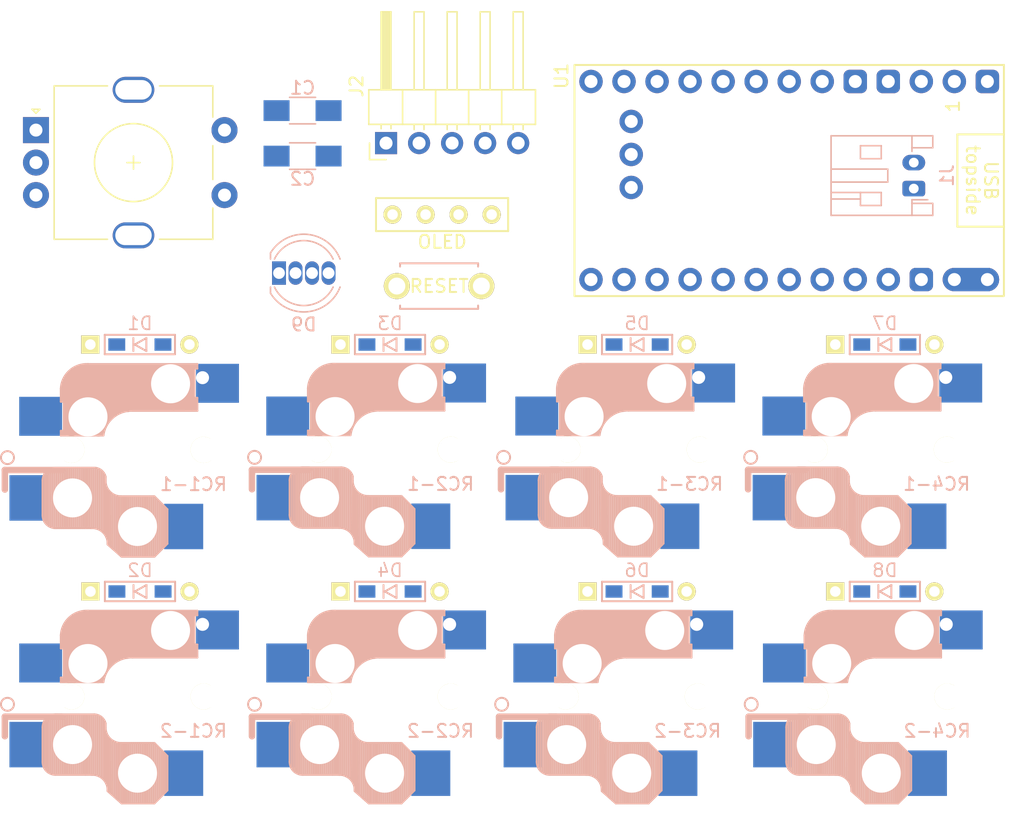
<source format=kicad_pcb>
(kicad_pcb (version 20241229) (generator "pcbnew") (generator_version "9.0")
  (layers (0 "F.Cu" signal) (2 "B.Cu" signal) (13 "F.Paste" user) (15 "B.Paste" user) (5 "F.SilkS" user "F.Silkscreen") (7 "B.SilkS" user "B.Silkscreen") (1 "F.Mask" user) (3 "B.Mask" user) (25 "Edge.Cuts" user))
  (net 0 "")
  (net 1 "RE_A")
  (net 2 "GND")
  (net 3 "RE_B")
  (net 4 "Net-(D1-A)")
  (net 5 "ROW_1")
  (net 6 "Net-(D2-A)")
  (net 7 "ROW_2")
  (net 8 "Net-(D3-A)")
  (net 9 "Net-(D4-A)")
  (net 10 "Net-(D5-A)")
  (net 11 "Net-(D6-A)")
  (net 12 "Net-(D7-A)")
  (net 13 "Net-(D8-A)")
  (net 14 "LED_G")
  (net 15 "LED_B")
  (net 16 "LED_R")
  (net 17 "+BATT")
  (net 18 "SCK")
  (net 19 "3V3")
  (net 20 "MISO")
  (net 21 "MOSI")
  (net 22 "SCL")
  (net 23 "SDA")
  (net 24 "COL_1")
  (net 25 "COL_2")
  (net 26 "COL_3")
  (net 27 "RST")
  (net 28 "RE_SW")
  (net 32 "COL_4")
  (footprint "kbd_Parts:Diode_TH_SMD" (layer "F.Cu") (at 195.275 54.5)
    (property "Reference" "D7" (at 0 -1.63 0) (layer "B.SilkS") (effects (font (thickness 0.125)) (justify mirror)))
    (property "Value" "1N4148" (hide yes))
    (pad "1" thru_hole rect (at -3.81 0) (size 1.397 1.397) (drill 0.8128) (layers "*.Cu" "*.Mask" "F.SilkS") (net 5 "ROW_1"))
    (pad "1" smd rect (at -1.775 0) (size 1.3 0.95) (layers "B.Cu" "B.Mask" "B.Paste") (net 5 "ROW_1"))
    (pad "2" smd rect (at 1.775 0) (size 1.3 0.95) (layers "B.Cu" "B.Mask" "B.Paste") (net 12 "Net-(D7-A)"))
    (pad "2" thru_hole circle (at 3.81 0) (size 1.397 1.397) (drill 0.8128) (layers "*.Cu" "*.Mask" "F.SilkS") (net 12 "Net-(D7-A)"))
  )
  (footprint "kbd_Parts:OLED" (layer "F.Cu") (at 165.04 44.5 180)
    (property "Reference" "OL1")
    (property "Value" "OLED" (hide yes))
    (fp_text user "OLED" (at 3.8 -2.1 0) (layer "F.SilkS"))
    (pad "1" thru_hole circle (at 0 0 180) (size 1.397 1.397) (drill 0.8128) (layers "*.Cu" "*.Mask" "F.SilkS") (net 23 "SDA"))
    (pad "2" thru_hole circle (at 2.54 0 180) (size 1.397 1.397) (drill 0.8128) (layers "*.Cu" "*.Mask" "F.SilkS") (net 22 "SCL"))
    (pad "3" thru_hole circle (at 5.08 0 180) (size 1.397 1.397) (drill 0.8128) (layers "*.Cu" "*.Mask" "F.SilkS") (net 19 "3V3"))
    (pad "4" thru_hole circle (at 7.62 0 180) (size 1.397 1.397) (drill 0.8128) (layers "*.Cu" "*.Mask" "F.SilkS") (net 2 "GND"))
  )
  (footprint "kbd_Parts:Diode_TH_SMD" (layer "F.Cu") (at 176.225 73.5)
    (property "Reference" "D6" (at 0 -1.63 0) (layer "B.SilkS") (effects (font (thickness 0.125)) (justify mirror)))
    (property "Value" "1N4148" (hide yes))
    (pad "1" thru_hole rect (at -3.81 0) (size 1.397 1.397) (drill 0.8128) (layers "*.Cu" "*.Mask" "F.SilkS") (net 7 "ROW_2"))
    (pad "1" smd rect (at -1.775 0) (size 1.3 0.95) (layers "B.Cu" "B.Mask" "B.Paste") (net 7 "ROW_2"))
    (pad "2" smd rect (at 1.775 0) (size 1.3 0.95) (layers "B.Cu" "B.Mask" "B.Paste") (net 11 "Net-(D6-A)"))
    (pad "2" thru_hole circle (at 3.81 0) (size 1.397 1.397) (drill 0.8128) (layers "*.Cu" "*.Mask" "F.SilkS") (net 11 "Net-(D6-A)"))
  )
  (footprint "Keebio-Parts.pretty-master:RotaryEncoder_EC11" (layer "F.Cu") (at 137.5 40.5)
    (property "Reference" "SW2")
    (property "Value" "RotaryEncoder_Switch")
    (pad "" np_thru_hole oval (at 0 -5.6) (size 3.2 2) (drill oval 2.8 1.5) (layers "*.Cu" "*.Mask"))
    (pad "" np_thru_hole oval (at 0 5.6) (size 3.2 2) (drill oval 2.8 1.5) (layers "*.Cu" "*.Mask"))
    (pad "A" thru_hole rect (at -7.5 -2.5) (size 2 2) (drill 1) (layers "*.Cu" "*.Mask") (net 1 "RE_A"))
    (pad "B" thru_hole circle (at -7.5 2.5) (size 2 2) (drill 1) (layers "*.Cu" "*.Mask") (net 3 "RE_B"))
    (pad "C" thru_hole circle (at -7.5 0) (size 2 2) (drill 1) (layers "*.Cu" "*.Mask") (net 2 "GND"))
    (pad "S1" thru_hole circle (at 7 2.5) (size 2 2) (drill 1) (layers "*.Cu" "*.Mask") (net 28 "RE_SW"))
    (pad "S2" thru_hole circle (at 7 -2.5) (size 2 2) (drill 1) (layers "*.Cu" "*.Mask") (net 2 "GND"))
  )
  (footprint "kbd_Parts:Diode_TH_SMD" (layer "F.Cu") (at 137.99 54.5)
    (property "Reference" "D1" (at 0 -1.63 0) (layer "B.SilkS") (effects (font (thickness 0.125)) (justify mirror)))
    (property "Value" "1N4148" (hide yes))
    (pad "1" thru_hole rect (at -3.81 0) (size 1.397 1.397) (drill 0.8128) (layers "*.Cu" "*.Mask" "F.SilkS") (net 5 "ROW_1"))
    (pad "1" smd rect (at -1.775 0) (size 1.3 0.95) (layers "B.Cu" "B.Mask" "B.Paste") (net 5 "ROW_1"))
    (pad "2" smd rect (at 1.775 0) (size 1.3 0.95) (layers "B.Cu" "B.Mask" "B.Paste") (net 4 "Net-(D1-A)"))
    (pad "2" thru_hole circle (at 3.81 0) (size 1.397 1.397) (drill 0.8128) (layers "*.Cu" "*.Mask" "F.SilkS") (net 4 "Net-(D1-A)"))
  )
  (footprint "kbd_Parts:Diode_TH_SMD" (layer "F.Cu") (at 138 73.5)
    (property "Reference" "D2" (at 0 -1.63 0) (layer "B.SilkS") (effects (font (thickness 0.125)) (justify mirror)))
    (property "Value" "1N4148" (hide yes))
    (pad "1" thru_hole rect (at -3.81 0) (size 1.397 1.397) (drill 0.8128) (layers "*.Cu" "*.Mask" "F.SilkS") (net 7 "ROW_2"))
    (pad "1" smd rect (at -1.775 0) (size 1.3 0.95) (layers "B.Cu" "B.Mask" "B.Paste") (net 7 "ROW_2"))
    (pad "2" smd rect (at 1.775 0) (size 1.3 0.95) (layers "B.Cu" "B.Mask" "B.Paste") (net 6 "Net-(D2-A)"))
    (pad "2" thru_hole circle (at 3.81 0) (size 1.397 1.397) (drill 0.8128) (layers "*.Cu" "*.Mask" "F.SilkS") (net 6 "Net-(D2-A)"))
  )
  (footprint "PCM_marbastlib-xp-promicroish:SuperMini_nRF52840_AH_USBup" (layer "F.Cu") (at 186.65 41.88 -90)
    (property "Reference" "U1" (at -9.14 16.24 90) (layer "F.SilkS") (effects (justify right)))
    (property "Value" "SuperMini nRF52840")
    (fp_text user "1" (at -5.715 -13.2825 90) (layer "F.SilkS") (effects (justify top)))
    (fp_text user "topside" (at 0 -14.8 270) (layer "F.SilkS") (effects (justify bottom)))
    (fp_text user "USB" (at 0 -16.2 270) (layer "F.SilkS") (effects (justify bottom)))
    (pad "1" thru_hole circle (at -7.62 -13.97 270) (size 1.8 1.8) (drill 1) (layers "*.Cu" "B.Mask") (net 23 "SDA"))
    (pad "2" thru_hole circle (at -7.62 -11.43 270) (size 1.8 1.8) (drill 1) (layers "*.Cu" "B.Mask") (net 22 "SCL"))
    (pad "3" thru_hole roundrect (at -7.62 -8.89 270) (size 1.8 1.8) (drill 1) (layers "*.Cu" "B.Mask") (net 2 "GND"))
    (pad "4" thru_hole roundrect (at -7.62 -6.35 270) (size 1.8 1.8) (drill 1) (layers "*.Cu" "B.Mask") (net 2 "GND"))
    (pad "5" thru_hole circle (at -7.62 -3.81 270) (size 1.8 1.8) (drill 1) (layers "*.Cu" "B.Mask") (net 18 "SCK"))
    (pad "6" thru_hole circle (at -7.62 -1.27 270) (size 1.8 1.8) (drill 1) (layers "*.Cu" "B.Mask") (net 20 "MISO"))
    (pad "7" thru_hole circle (at -7.62 1.27 270) (size 1.8 1.8) (drill 1) (layers "*.Cu" "B.Mask") (net 21 "MOSI"))
    (pad "8" thru_hole circle (at -7.62 3.81 270) (size 1.8 1.8) (drill 1) (layers "*.Cu" "B.Mask") (net 1 "RE_A"))
    (pad "9" thru_hole circle (at -7.62 6.35 270) (size 1.8 1.8) (drill 1) (layers "*.Cu" "B.Mask") (net 3 "RE_B"))
    (pad "10" thru_hole circle (at -7.62 8.89 270) (size 1.8 1.8) (drill 1) (layers "*.Cu" "B.Mask") (net 16 "LED_R"))
    (pad "11" thru_hole circle (at -7.62 11.43 270) (size 1.8 1.8) (drill 1) (layers "*.Cu" "B.Mask") (net 14 "LED_G"))
    (pad "12" thru_hole circle (at -7.62 13.97 270) (size 1.8 1.8) (drill 1) (layers "*.Cu" "B.Mask") (net 15 "LED_B"))
    (pad "13" thru_hole oval (at 7.62 -13.97 270) (size 1.8 4.34) (drill 1 (offset 0 -1.27)) (layers "*.Cu" "B.Mask") (net 17 "+BATT"))
    (pad "14" thru_hole roundrect (at 7.62 -11.43 270) (size 1.8 1.8) (drill 1) (layers "*.Cu" "B.Mask") (net 2 "GND"))
    (pad "15" thru_hole circle (at 7.62 -8.89 270) (size 1.8 1.8) (drill 1) (layers "*.Cu" "B.Mask") (net 27 "RST"))
    (pad "16" thru_hole circle (at 7.62 -6.35 270) (size 1.8 1.8) (drill 1) (layers "*.Cu" "B.Mask") (net 19 "3V3"))
    (pad "17" thru_hole circle (at 7.62 -3.81 270) (size 1.8 1.8) (drill 1) (layers "*.Cu" "B.Mask") (net 5 "ROW_1"))
    (pad "18" thru_hole circle (at 7.62 -1.27 270) (size 1.8 1.8) (drill 1) (layers "*.Cu" "B.Mask") (net 7 "ROW_2"))
    (pad "19" thru_hole circle (at 7.62 1.27 270) (size 1.8 1.8) (drill 1) (layers "*.Cu" "B.Mask"))
    (pad "20" thru_hole circle (at 7.62 3.81 270) (size 1.8 1.8) (drill 1) (layers "*.Cu" "B.Mask") (net 32 "COL_4"))
    (pad "21" thru_hole circle (at 7.62 6.35 270) (size 1.8 1.8) (drill 1) (layers "*.Cu" "B.Mask") (net 26 "COL_3"))
    (pad "22" thru_hole circle (at 7.62 8.89 270) (size 1.8 1.8) (drill 1) (layers "*.Cu" "B.Mask") (net 25 "COL_2"))
    (pad "23" thru_hole circle (at 7.62 11.43 270) (size 1.8 1.8) (drill 1) (layers "*.Cu" "B.Mask") (net 24 "COL_1"))
    (pad "24" thru_hole circle (at 7.62 13.97 270) (size 1.8 1.8) (drill 1) (layers "*.Cu" "B.Mask") (net 28 "RE_SW"))
    (pad "25" thru_hole circle (at -4.5466 10.87628 270) (size 1.8 1.8) (drill 1) (layers "*.Cu" "B.Mask"))
    (pad "26" thru_hole circle (at -2.0066 10.87628 270) (size 1.8 1.8) (drill 1) (layers "*.Cu" "B.Mask"))
    (pad "27" thru_hole circle (at 0.5334 10.87628 270) (size 1.8 1.8) (drill 1) (layers "*.Cu" "B.Mask"))
    (pad "28" thru_hole roundrect (at -7.62 -16.51 270) (size 1.8 1.8) (drill 1) (layers "*.Cu" "B.Mask") (net 2 "GND"))
    (pad "29" thru_hole circle (at 7.62 -16.51 270) (size 1.8 1.8) (drill 1) (layers "*.Cu" "B.Mask") (net 17 "+BATT"))
  )
  (footprint "kbd_Parts:Diode_TH_SMD" (layer "F.Cu") (at 157.225 54.5)
    (property "Reference" "D3" (at 0 -1.63 0) (layer "B.SilkS") (effects (font (thickness 0.125)) (justify mirror)))
    (property "Value" "1N4148" (hide yes))
    (pad "1" thru_hole rect (at -3.81 0) (size 1.397 1.397) (drill 0.8128) (layers "*.Cu" "*.Mask" "F.SilkS") (net 5 "ROW_1"))
    (pad "1" smd rect (at -1.775 0) (size 1.3 0.95) (layers "B.Cu" "B.Mask" "B.Paste") (net 5 "ROW_1"))
    (pad "2" smd rect (at 1.775 0) (size 1.3 0.95) (layers "B.Cu" "B.Mask" "B.Paste") (net 8 "Net-(D3-A)"))
    (pad "2" thru_hole circle (at 3.81 0) (size 1.397 1.397) (drill 0.8128) (layers "*.Cu" "*.Mask" "F.SilkS") (net 8 "Net-(D3-A)"))
  )
  (footprint "kbd_Parts:ResetSW" (layer "F.Cu") (at 161 50)
    (property "Reference" "SW1" (hide yes))
    (property "Value" "SW_Push")
    (fp_text user "RESET" (at 0 0 0) (layer "F.SilkS"))
    (pad "1" thru_hole circle (at 3.25 0) (size 2 2) (drill 1.3) (layers "*.Cu" "*.Mask" "F.SilkS") (net 27 "RST"))
    (pad "2" thru_hole circle (at -3.25 0) (size 2 2) (drill 1.3) (layers "*.Cu" "*.Mask" "F.SilkS") (net 2 "GND"))
  )
  (footprint "kbd_Parts:Diode_TH_SMD" (layer "F.Cu") (at 176.225 54.5)
    (property "Reference" "D5" (at 0 -1.63 0) (layer "B.SilkS") (effects (font (thickness 0.125)) (justify mirror)))
    (property "Value" "1N4148" (hide yes))
    (pad "1" thru_hole rect (at -3.81 0) (size 1.397 1.397) (drill 0.8128) (layers "*.Cu" "*.Mask" "F.SilkS") (net 5 "ROW_1"))
    (pad "1" smd rect (at -1.775 0) (size 1.3 0.95) (layers "B.Cu" "B.Mask" "B.Paste") (net 5 "ROW_1"))
    (pad "2" smd rect (at 1.775 0) (size 1.3 0.95) (layers "B.Cu" "B.Mask" "B.Paste") (net 10 "Net-(D5-A)"))
    (pad "2" thru_hole circle (at 3.81 0) (size 1.397 1.397) (drill 0.8128) (layers "*.Cu" "*.Mask" "F.SilkS") (net 10 "Net-(D5-A)"))
  )
  (footprint "Connector_PinHeader_2.54mm:PinHeader_1x05_P2.54mm_Horizontal" (layer "F.Cu") (at 156.92 39 90)
    (property "Reference" "J2" (at 4.385 -2.27 90) (layer "F.SilkS"))
    (property "Value" "Conn_01x05")
    (pad "1" thru_hole rect (at 0 0 90) (size 1.7 1.7) (drill 1) (layers "*.Cu" "*.Mask") (net 18 "SCK"))
    (pad "2" thru_hole oval (at 0 2.54 90) (size 1.7 1.7) (drill 1) (layers "*.Cu" "*.Mask") (net 20 "MISO"))
    (pad "3" thru_hole oval (at 0 5.08 90) (size 1.7 1.7) (drill 1) (layers "*.Cu" "*.Mask") (net 21 "MOSI"))
    (pad "4" thru_hole oval (at 0 7.62 90) (size 1.7 1.7) (drill 1) (layers "*.Cu" "*.Mask") (net 19 "3V3"))
    (pad "5" thru_hole oval (at 0 10.16 90) (size 1.7 1.7) (drill 1) (layers "*.Cu" "*.Mask") (net 2 "GND"))
  )
  (footprint "kbd_Parts:Diode_TH_SMD" (layer "F.Cu") (at 195.275 73.5)
    (property "Reference" "D8" (at 0 -1.63 0) (layer "B.SilkS") (effects (font (thickness 0.125)) (justify mirror)))
    (property "Value" "1N4148" (hide yes))
    (pad "1" thru_hole rect (at -3.81 0) (size 1.397 1.397) (drill 0.8128) (layers "*.Cu" "*.Mask" "F.SilkS") (net 7 "ROW_2"))
    (pad "1" smd rect (at -1.775 0) (size 1.3 0.95) (layers "B.Cu" "B.Mask" "B.Paste") (net 7 "ROW_2"))
    (pad "2" smd rect (at 1.775 0) (size 1.3 0.95) (layers "B.Cu" "B.Mask" "B.Paste") (net 13 "Net-(D8-A)"))
    (pad "2" thru_hole circle (at 3.81 0) (size 1.397 1.397) (drill 0.8128) (layers "*.Cu" "*.Mask" "F.SilkS") (net 13 "Net-(D8-A)"))
  )
  (footprint "kbd_Parts:Diode_TH_SMD" (layer "F.Cu") (at 157.225 73.5)
    (property "Reference" "D4" (at 0 -1.63 0) (layer "B.SilkS") (effects (font (thickness 0.125)) (justify mirror)))
    (property "Value" "1N4148" (hide yes))
    (pad "1" thru_hole rect (at -3.81 0) (size 1.397 1.397) (drill 0.8128) (layers "*.Cu" "*.Mask" "F.SilkS") (net 7 "ROW_2"))
    (pad "1" smd rect (at -1.775 0) (size 1.3 0.95) (layers "B.Cu" "B.Mask" "B.Paste") (net 7 "ROW_2"))
    (pad "2" smd rect (at 1.775 0) (size 1.3 0.95) (layers "B.Cu" "B.Mask" "B.Paste") (net 9 "Net-(D4-A)"))
    (pad "2" thru_hole circle (at 3.81 0) (size 1.397 1.397) (drill 0.8128) (layers "*.Cu" "*.Mask" "F.SilkS") (net 9 "Net-(D4-A)"))
  )
  (footprint "LED_THT:LED_D5.0mm-4_RGB" (layer "B.Cu") (at 148.69 49)
    (property "Reference" "D9" (at 1.905 3.96 0) (layer "B.SilkS") (effects (justify mirror)))
    (property "Value" "LED_ABGR")
    (pad "1" thru_hole rect (at 0 0) (size 1.07 1.8) (drill 0.9) (layers "*.Cu" "*.Mask") (net 15 "LED_B"))
    (pad "2" thru_hole oval (at 1.27 0) (size 1.07 1.8) (drill 0.9) (layers "*.Cu" "*.Mask") (net 14 "LED_G"))
    (pad "3" thru_hole oval (at 2.54 0) (size 1.07 1.8) (drill 0.9) (layers "*.Cu" "*.Mask") (net 2 "GND"))
    (pad "4" thru_hole oval (at 3.81 0) (size 1.07 1.8) (drill 0.9) (layers "*.Cu" "*.Mask") (net 16 "LED_R"))
  )
  (footprint "kbd_Parts:Capacitor_1206" (layer "B.Cu") (at 150.5 36.5 180)
    (property "Reference" "C1" (at 0 1.75 0) (layer "B.SilkS") (effects (justify mirror)))
    (property "Value" "0.1u")
    (pad "1" smd rect (at -2 0 180) (size 2 1.6) (layers "B.Cu" "B.Mask" "B.Paste") (net 2 "GND"))
    (pad "2" smd rect (at 2 0 180) (size 2 1.6) (layers "B.Cu" "B.Mask" "B.Paste") (net 1 "RE_A"))
  )
  (footprint "Connector_JST:JST_PH_S2B-PH-K_1x02_P2.00mm_Horizontal" (layer "B.Cu") (at 197.5 42.5 90)
    (property "Reference" "J1" (at 1 2.55 90) (layer "B.SilkS") (effects (justify mirror)))
    (property "Value" "Conn_01x02")
    (pad "1" thru_hole roundrect (at 0 0 90) (size 1.2 1.75) (drill 0.75) (layers "*.Cu" "*.Mask") (roundrect_rratio 0.208333) (net 17 "+BATT"))
    (pad "2" thru_hole oval (at 2 0 90) (size 1.2 1.75) (drill 0.75) (layers "*.Cu" "*.Mask") (net 2 "GND"))
  )
  (footprint "kbd_SW_PCBA:MX_Choc_v1v2_Hotswap_1u" (layer "B.Cu") (at 175.96 62.58 180)
    (property "Reference" "RC3-1" (at -4.3 -2.65 0) (layer "B.SilkS") (effects (justify mirror)))
    (property "Value" "SW_Push" (hide yes))
    (pad "" np_thru_hole circle (at -5.5 0 90) (size 1.7 1.7) (drill 1.7) (layers "*.Cu" "*.Mask"))
    (pad "" np_thru_hole circle (at -5.08 0 180) (size 2 2) (drill 2) (layers "*.Cu" "*.Mask" "F.SilkS"))
    (pad "" np_thru_hole circle (at -5 5.55 180) (size 1 1) (drill oval 1) (layers "*.Cu" "*.Mask"))
    (pad "" np_thru_hole circle (at -2.54 5.08) (size 3 3) (drill 3) (layers "*.Cu" "*.Mask"))
    (pad "" np_thru_hole circle (at 0 -5.9 270) (size 3 3) (drill 3) (layers "*.Cu" "*.Mask"))
    (pad "" np_thru_hole circle (at 0 0 270) (size 4.8 4.8) (drill 4.8) (layers "*.Cu" "*.Mask"))
    (pad "" np_thru_hole circle (at 3.81 2.54) (size 3 3) (drill 3) (layers "*.Cu" "*.Mask"))
    (pad "" np_thru_hole circle (at 5 -3.7 270) (size 3 3) (drill 3) (layers "*.Cu" "*.Mask"))
    (pad "" np_thru_hole circle (at 5.08 0 180) (size 2 2) (drill 2) (layers "*.Cu" "*.Mask" "F.SilkS"))
    (pad "" np_thru_hole circle (at 5.5 0 90) (size 1.7 1.7) (drill 1.7) (layers "*.Cu" "*.Mask"))
    (pad "1" smd rect (at 7 2.58) (size 3.3 3) (drill (offset -0.45 0)) (layers "B.Cu" "B.Mask" "B.Paste") (net 26 "COL_3"))
    (pad "1" smd rect (at 8.35 -3.7) (size 3 3.5) (layers "B.Cu" "B.Mask" "B.Paste") (net 26 "COL_3"))
    (pad "2" smd rect (at -5.7 5.12) (size 3.3 3) (drill (offset 0.45 0)) (layers "B.Cu" "B.Mask" "B.Paste") (net 10 "Net-(D5-A)"))
    (pad "2" smd rect (at -3.55 -5.9) (size 3 3.5) (layers "B.Cu" "B.Mask" "B.Paste") (net 10 "Net-(D5-A)"))
  )
  (footprint "kbd_SW_PCBA:MX_Choc_v1v2_Hotswap_1u" (layer "B.Cu") (at 194.96 62.58 180)
    (property "Reference" "RC4-1" (at -4.3 -2.65 0) (layer "B.SilkS") (effects (justify mirror)))
    (property "Value" "SW_Push" (hide yes))
    (pad "" np_thru_hole circle (at -5.5 0 90) (size 1.7 1.7) (drill 1.7) (layers "*.Cu" "*.Mask"))
    (pad "" np_thru_hole circle (at -5.08 0 180) (size 2 2) (drill 2) (layers "*.Cu" "*.Mask" "F.SilkS"))
    (pad "" np_thru_hole circle (at -5 5.55 180) (size 1 1) (drill oval 1) (layers "*.Cu" "*.Mask"))
    (pad "" np_thru_hole circle (at -2.54 5.08) (size 3 3) (drill 3) (layers "*.Cu" "*.Mask"))
    (pad "" np_thru_hole circle (at 0 -5.9 270) (size 3 3) (drill 3) (layers "*.Cu" "*.Mask"))
    (pad "" np_thru_hole circle (at 0 0 270) (size 4.8 4.8) (drill 4.8) (layers "*.Cu" "*.Mask"))
    (pad "" np_thru_hole circle (at 3.81 2.54) (size 3 3) (drill 3) (layers "*.Cu" "*.Mask"))
    (pad "" np_thru_hole circle (at 5 -3.7 270) (size 3 3) (drill 3) (layers "*.Cu" "*.Mask"))
    (pad "" np_thru_hole circle (at 5.08 0 180) (size 2 2) (drill 2) (layers "*.Cu" "*.Mask" "F.SilkS"))
    (pad "" np_thru_hole circle (at 5.5 0 90) (size 1.7 1.7) (drill 1.7) (layers "*.Cu" "*.Mask"))
    (pad "1" smd rect (at 7 2.58) (size 3.3 3) (drill (offset -0.45 0)) (layers "B.Cu" "B.Mask" "B.Paste") (net 32 "COL_4"))
    (pad "1" smd rect (at 8.35 -3.7) (size 3 3.5) (layers "B.Cu" "B.Mask" "B.Paste") (net 32 "COL_4"))
    (pad "2" smd rect (at -5.7 5.12) (size 3.3 3) (drill (offset 0.45 0)) (layers "B.Cu" "B.Mask" "B.Paste") (net 12 "Net-(D7-A)"))
    (pad "2" smd rect (at -3.55 -5.9) (size 3 3.5) (layers "B.Cu" "B.Mask" "B.Paste") (net 12 "Net-(D7-A)"))
  )
  (footprint "kbd_SW_PCBA:MX_Choc_v1v2_Hotswap_1u" (layer "B.Cu") (at 175.81 81.58 180)
    (property "Reference" "RC3-2" (at -4.3 -2.65 0) (layer "B.SilkS") (effects (justify mirror)))
    (property "Value" "SW_Push" (hide yes))
    (pad "" np_thru_hole circle (at -5.5 0 90) (size 1.7 1.7) (drill 1.7) (layers "*.Cu" "*.Mask"))
    (pad "" np_thru_hole circle (at -5.08 0 180) (size 2 2) (drill 2) (layers "*.Cu" "*.Mask" "F.SilkS"))
    (pad "" np_thru_hole circle (at -5 5.55 180) (size 1 1) (drill oval 1) (layers "*.Cu" "*.Mask"))
    (pad "" np_thru_hole circle (at -2.54 5.08) (size 3 3) (drill 3) (layers "*.Cu" "*.Mask"))
    (pad "" np_thru_hole circle (at 0 -5.9 270) (size 3 3) (drill 3) (layers "*.Cu" "*.Mask"))
    (pad "" np_thru_hole circle (at 0 0 270) (size 4.8 4.8) (drill 4.8) (layers "*.Cu" "*.Mask"))
    (pad "" np_thru_hole circle (at 3.81 2.54) (size 3 3) (drill 3) (layers "*.Cu" "*.Mask"))
    (pad "" np_thru_hole circle (at 5 -3.7 270) (size 3 3) (drill 3) (layers "*.Cu" "*.Mask"))
    (pad "" np_thru_hole circle (at 5.08 0 180) (size 2 2) (drill 2) (layers "*.Cu" "*.Mask" "F.SilkS"))
    (pad "" np_thru_hole circle (at 5.5 0 90) (size 1.7 1.7) (drill 1.7) (layers "*.Cu" "*.Mask"))
    (pad "1" smd rect (at 7 2.58) (size 3.3 3) (drill (offset -0.45 0)) (layers "B.Cu" "B.Mask" "B.Paste") (net 26 "COL_3"))
    (pad "1" smd rect (at 8.35 -3.7) (size 3 3.5) (layers "B.Cu" "B.Mask" "B.Paste") (net 26 "COL_3"))
    (pad "2" smd rect (at -5.7 5.12) (size 3.3 3) (drill (offset 0.45 0)) (layers "B.Cu" "B.Mask" "B.Paste") (net 11 "Net-(D6-A)"))
    (pad "2" smd rect (at -3.55 -5.9) (size 3 3.5) (layers "B.Cu" "B.Mask" "B.Paste") (net 11 "Net-(D6-A)"))
  )
  (footprint "kbd_SW_PCBA:MX_Choc_v1v2_Hotswap_1u" (layer "B.Cu") (at 137.81 81.58 180)
    (property "Reference" "RC1-2" (at -4.3 -2.65 0) (layer "B.SilkS") (effects (justify mirror)))
    (property "Value" "SW_Push" (hide yes))
    (pad "" np_thru_hole circle (at -5.5 0 90) (size 1.7 1.7) (drill 1.7) (layers "*.Cu" "*.Mask"))
    (pad "" np_thru_hole circle (at -5.08 0 180) (size 2 2) (drill 2) (layers "*.Cu" "*.Mask" "F.SilkS"))
    (pad "" np_thru_hole circle (at -5 5.55 180) (size 1 1) (drill oval 1) (layers "*.Cu" "*.Mask"))
    (pad "" np_thru_hole circle (at -2.54 5.08) (size 3 3) (drill 3) (layers "*.Cu" "*.Mask"))
    (pad "" np_thru_hole circle (at 0 -5.9 270) (size 3 3) (drill 3) (layers "*.Cu" "*.Mask"))
    (pad "" np_thru_hole circle (at 0 0 270) (size 4.8 4.8) (drill 4.8) (layers "*.Cu" "*.Mask"))
    (pad "" np_thru_hole circle (at 3.81 2.54) (size 3 3) (drill 3) (layers "*.Cu" "*.Mask"))
    (pad "" np_thru_hole circle (at 5 -3.7 270) (size 3 3) (drill 3) (layers "*.Cu" "*.Mask"))
    (pad "" np_thru_hole circle (at 5.08 0 180) (size 2 2) (drill 2) (layers "*.Cu" "*.Mask" "F.SilkS"))
    (pad "" np_thru_hole circle (at 5.5 0 90) (size 1.7 1.7) (drill 1.7) (layers "*.Cu" "*.Mask"))
    (pad "1" smd rect (at 7 2.58) (size 3.3 3) (drill (offset -0.45 0)) (layers "B.Cu" "B.Mask" "B.Paste") (net 24 "COL_1"))
    (pad "1" smd rect (at 8.35 -3.7) (size 3 3.5) (layers "B.Cu" "B.Mask" "B.Paste") (net 24 "COL_1"))
    (pad "2" smd rect (at -5.7 5.12) (size 3.3 3) (drill (offset 0.45 0)) (layers "B.Cu" "B.Mask" "B.Paste") (net 6 "Net-(D2-A)"))
    (pad "2" smd rect (at -3.55 -5.9) (size 3 3.5) (layers "B.Cu" "B.Mask" "B.Paste") (net 6 "Net-(D2-A)"))
  )
  (footprint "kbd_SW_PCBA:MX_Choc_v1v2_Hotswap_1u" (layer "B.Cu") (at 195 81.58 180)
    (property "Reference" "RC4-2" (at -4.3 -2.65 0) (layer "B.SilkS") (effects (justify mirror)))
    (property "Value" "SW_Push" (hide yes))
    (pad "" np_thru_hole circle (at -5.5 0 90) (size 1.7 1.7) (drill 1.7) (layers "*.Cu" "*.Mask"))
    (pad "" np_thru_hole circle (at -5.08 0 180) (size 2 2) (drill 2) (layers "*.Cu" "*.Mask" "F.SilkS"))
    (pad "" np_thru_hole circle (at -5 5.55 180) (size 1 1) (drill oval 1) (layers "*.Cu" "*.Mask"))
    (pad "" np_thru_hole circle (at -2.54 5.08) (size 3 3) (drill 3) (layers "*.Cu" "*.Mask"))
    (pad "" np_thru_hole circle (at 0 -5.9 270) (size 3 3) (drill 3) (layers "*.Cu" "*.Mask"))
    (pad "" np_thru_hole circle (at 0 0 270) (size 4.8 4.8) (drill 4.8) (layers "*.Cu" "*.Mask"))
    (pad "" np_thru_hole circle (at 3.81 2.54) (size 3 3) (drill 3) (layers "*.Cu" "*.Mask"))
    (pad "" np_thru_hole circle (at 5 -3.7 270) (size 3 3) (drill 3) (layers "*.Cu" "*.Mask"))
    (pad "" np_thru_hole circle (at 5.08 0 180) (size 2 2) (drill 2) (layers "*.Cu" "*.Mask" "F.SilkS"))
    (pad "" np_thru_hole circle (at 5.5 0 90) (size 1.7 1.7) (drill 1.7) (layers "*.Cu" "*.Mask"))
    (pad "1" smd rect (at 7 2.58) (size 3.3 3) (drill (offset -0.45 0)) (layers "B.Cu" "B.Mask" "B.Paste") (net 32 "COL_4"))
    (pad "1" smd rect (at 8.35 -3.7) (size 3 3.5) (layers "B.Cu" "B.Mask" "B.Paste") (net 32 "COL_4"))
    (pad "2" smd rect (at -5.7 5.12) (size 3.3 3) (drill (offset 0.45 0)) (layers "B.Cu" "B.Mask" "B.Paste") (net 13 "Net-(D8-A)"))
    (pad "2" smd rect (at -3.55 -5.9) (size 3 3.5) (layers "B.Cu" "B.Mask" "B.Paste") (net 13 "Net-(D8-A)"))
  )
  (footprint "kbd_SW_PCBA:MX_Choc_v1v2_Hotswap_1u" (layer "B.Cu") (at 156.81 81.58 180)
    (property "Reference" "RC2-2" (at -4.3 -2.65 0) (layer "B.SilkS") (effects (justify mirror)))
    (property "Value" "SW_Push" (hide yes))
    (pad "" np_thru_hole circle (at -5.5 0 90) (size 1.7 1.7) (drill 1.7) (layers "*.Cu" "*.Mask"))
    (pad "" np_thru_hole circle (at -5.08 0 180) (size 2 2) (drill 2) (layers "*.Cu" "*.Mask" "F.SilkS"))
    (pad "" np_thru_hole circle (at -5 5.55 180) (size 1 1) (drill oval 1) (layers "*.Cu" "*.Mask"))
    (pad "" np_thru_hole circle (at -2.54 5.08) (size 3 3) (drill 3) (layers "*.Cu" "*.Mask"))
    (pad "" np_thru_hole circle (at 0 -5.9 270) (size 3 3) (drill 3) (layers "*.Cu" "*.Mask"))
    (pad "" np_thru_hole circle (at 0 0 270) (size 4.8 4.8) (drill 4.8) (layers "*.Cu" "*.Mask"))
    (pad "" np_thru_hole circle (at 3.81 2.54) (size 3 3) (drill 3) (layers "*.Cu" "*.Mask"))
    (pad "" np_thru_hole circle (at 5 -3.7 270) (size 3 3) (drill 3) (layers "*.Cu" "*.Mask"))
    (pad "" np_thru_hole circle (at 5.08 0 180) (size 2 2) (drill 2) (layers "*.Cu" "*.Mask" "F.SilkS"))
    (pad "" np_thru_hole circle (at 5.5 0 90) (size 1.7 1.7) (drill 1.7) (layers "*.Cu" "*.Mask"))
    (pad "1" smd rect (at 7 2.58) (size 3.3 3) (drill (offset -0.45 0)) (layers "B.Cu" "B.Mask" "B.Paste") (net 25 "COL_2"))
    (pad "1" smd rect (at 8.35 -3.7) (size 3 3.5) (layers "B.Cu" "B.Mask" "B.Paste") (net 25 "COL_2"))
    (pad "2" smd rect (at -5.7 5.12) (size 3.3 3) (drill (offset 0.45 0)) (layers "B.Cu" "B.Mask" "B.Paste") (net 9 "Net-(D4-A)"))
    (pad "2" smd rect (at -3.55 -5.9) (size 3 3.5) (layers "B.Cu" "B.Mask" "B.Paste") (net 9 "Net-(D4-A)"))
  )
  (footprint "kbd_SW_PCBA:MX_Choc_v1v2_Hotswap_1u" (layer "B.Cu") (at 137.81 62.6 180)
    (property "Reference" "RC1-1" (at -4.3 -2.65 0) (layer "B.SilkS") (effects (justify mirror)))
    (property "Value" "SW_Push" (hide yes))
    (pad "" np_thru_hole circle (at -5.5 0 90) (size 1.7 1.7) (drill 1.7) (layers "*.Cu" "*.Mask"))
    (pad "" np_thru_hole circle (at -5.08 0 180) (size 2 2) (drill 2) (layers "*.Cu" "*.Mask" "F.SilkS"))
    (pad "" np_thru_hole circle (at -5 5.55 180) (size 1 1) (drill oval 1) (layers "*.Cu" "*.Mask"))
    (pad "" np_thru_hole circle (at -2.54 5.08) (size 3 3) (drill 3) (layers "*.Cu" "*.Mask"))
    (pad "" np_thru_hole circle (at 0 -5.9 270) (size 3 3) (drill 3) (layers "*.Cu" "*.Mask"))
    (pad "" np_thru_hole circle (at 0 0 270) (size 4.8 4.8) (drill 4.8) (layers "*.Cu" "*.Mask"))
    (pad "" np_thru_hole circle (at 3.81 2.54) (size 3 3) (drill 3) (layers "*.Cu" "*.Mask"))
    (pad "" np_thru_hole circle (at 5 -3.7 270) (size 3 3) (drill 3) (layers "*.Cu" "*.Mask"))
    (pad "" np_thru_hole circle (at 5.08 0 180) (size 2 2) (drill 2) (layers "*.Cu" "*.Mask" "F.SilkS"))
    (pad "" np_thru_hole circle (at 5.5 0 90) (size 1.7 1.7) (drill 1.7) (layers "*.Cu" "*.Mask"))
    (pad "1" smd rect (at 7 2.58) (size 3.3 3) (drill (offset -0.45 0)) (layers "B.Cu" "B.Mask" "B.Paste") (net 24 "COL_1"))
    (pad "1" smd rect (at 8.35 -3.7) (size 3 3.5) (layers "B.Cu" "B.Mask" "B.Paste") (net 24 "COL_1"))
    (pad "2" smd rect (at -5.7 5.12) (size 3.3 3) (drill (offset 0.45 0)) (layers "B.Cu" "B.Mask" "B.Paste") (net 4 "Net-(D1-A)"))
    (pad "2" smd rect (at -3.55 -5.9) (size 3 3.5) (layers "B.Cu" "B.Mask" "B.Paste") (net 4 "Net-(D1-A)"))
  )
  (footprint "kbd_SW_PCBA:MX_Choc_v1v2_Hotswap_1u" (layer "B.Cu") (at 156.81 62.58 180)
    (property "Reference" "RC2-1" (at -4.3 -2.65 0) (layer "B.SilkS") (effects (justify mirror)))
    (property "Value" "SW_Push" (hide yes))
    (pad "" np_thru_hole circle (at -5.5 0 90) (size 1.7 1.7) (drill 1.7) (layers "*.Cu" "*.Mask"))
    (pad "" np_thru_hole circle (at -5.08 0 180) (size 2 2) (drill 2) (layers "*.Cu" "*.Mask" "F.SilkS"))
    (pad "" np_thru_hole circle (at -5 5.55 180) (size 1 1) (drill oval 1) (layers "*.Cu" "*.Mask"))
    (pad "" np_thru_hole circle (at -2.54 5.08) (size 3 3) (drill 3) (layers "*.Cu" "*.Mask"))
    (pad "" np_thru_hole circle (at 0 -5.9 270) (size 3 3) (drill 3) (layers "*.Cu" "*.Mask"))
    (pad "" np_thru_hole circle (at 0 0 270) (size 4.8 4.8) (drill 4.8) (layers "*.Cu" "*.Mask"))
    (pad "" np_thru_hole circle (at 3.81 2.54) (size 3 3) (drill 3) (layers "*.Cu" "*.Mask"))
    (pad "" np_thru_hole circle (at 5 -3.7 270) (size 3 3) (drill 3) (layers "*.Cu" "*.Mask"))
    (pad "" np_thru_hole circle (at 5.08 0 180) (size 2 2) (drill 2) (layers "*.Cu" "*.Mask" "F.SilkS"))
    (pad "" np_thru_hole circle (at 5.5 0 90) (size 1.7 1.7) (drill 1.7) (layers "*.Cu" "*.Mask"))
    (pad "1" smd rect (at 7 2.58) (size 3.3 3) (drill (offset -0.45 0)) (layers "B.Cu" "B.Mask" "B.Paste") (net 25 "COL_2"))
    (pad "1" smd rect (at 8.35 -3.7) (size 3 3.5) (layers "B.Cu" "B.Mask" "B.Paste") (net 25 "COL_2"))
    (pad "2" smd rect (at -5.7 5.12) (size 3.3 3) (drill (offset 0.45 0)) (layers "B.Cu" "B.Mask" "B.Paste") (net 8 "Net-(D3-A)"))
    (pad "2" smd rect (at -3.55 -5.9) (size 3 3.5) (layers "B.Cu" "B.Mask" "B.Paste") (net 8 "Net-(D3-A)"))
  )
  (footprint "kbd_Parts:Capacitor_1206" (layer "B.Cu") (at 150.5 40)
    (property "Reference" "C2" (at 0 1.75 0) (layer "B.SilkS") (effects (justify mirror)))
    (property "Value" "0.1u")
    (pad "1" smd rect (at -2 0) (size 2 1.6) (layers "B.Cu" "B.Mask" "B.Paste") (net 3 "RE_B"))
    (pad "2" smd rect (at 2 0) (size 2 1.6) (layers "B.Cu" "B.Mask" "B.Paste") (net 2 "GND"))
  )
)
</source>
